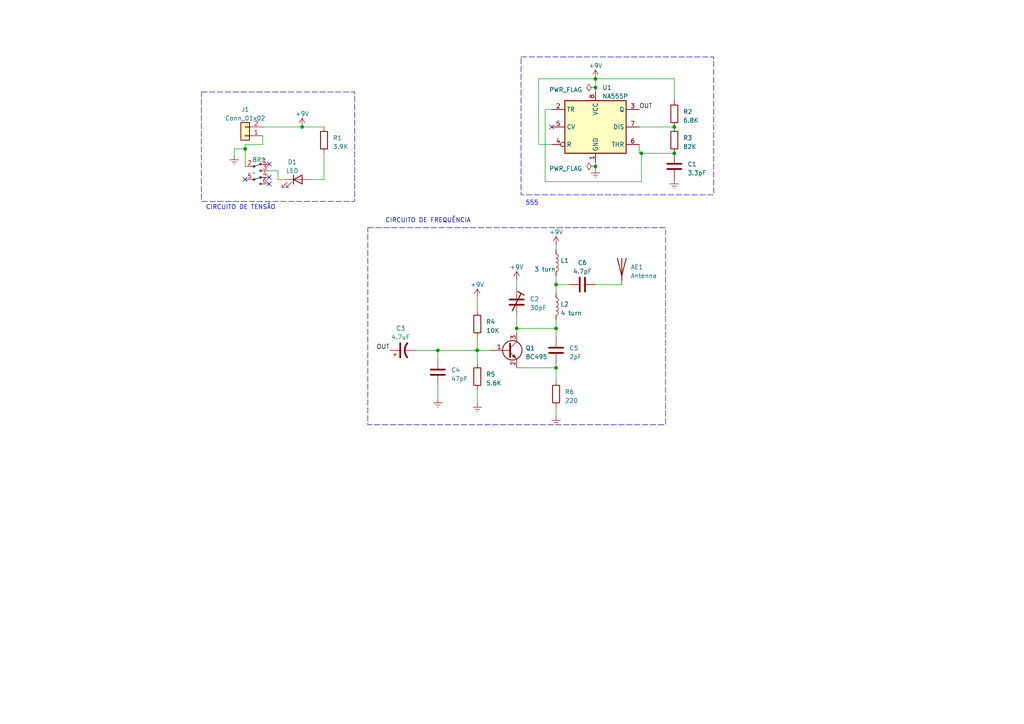
<source format=kicad_sch>
(kicad_sch (version 20230121) (generator eeschema)
  (paper "A4")
  (title_block (title "Jammer 555") (date "2023-12-27") (rev "1.0") (company "IFSP-GRU") (comment 1 "Israel R. Dutra"))
  (lib_symbols
    (symbol "Connector_Generic:Conn_01x02" (pin_names (offset 1.016) hide)
      (property "Reference" "J" (at 0 2.54 0))
      (property "Value" "Conn_01x02" (at 0 -5.08 0))
      (symbol "Conn_01x02_1_1"
        (rectangle (start -1.27 -2.413) (end 0 -2.667) (stroke (width 0.1524)))
        (rectangle (start -1.27 0.127) (end 0 -0.127) (stroke (width 0.1524)))
        (rectangle (start -1.27 1.27) (end 1.27 -3.81) (stroke (width 0.254)) (fill (type background)))
        (pin passive line (at -5.08 0 0) (length 3.81) (name "Pin_1") (number "1"))
        (pin passive line (at -5.08 -2.54 0) (length 3.81) (name "Pin_2") (number "2"))
      )
    )
    (symbol "Device:Antenna" (pin_numbers hide) (pin_names (offset 1.016) hide)
      (property "Reference" "AE" (at -1.905 1.905 0))
      (property "Value" "Antenna" (at -1.905 0 0))
      (symbol "Antenna_0_1"
        (polyline (pts (xy 0 2.54) (xy 0 -3.81)) (stroke (width 0.254)))
        (polyline (pts (xy 1.27 2.54) (xy 0 -2.54) (xy -1.27 2.54)) (stroke (width 0.254)))
      )
      (symbol "Antenna_1_1"
        (pin input line (at 0 -5.08 90) (length 2.54) (name "A") (number "1"))
      )
    )
    (symbol "Device:C" (pin_numbers hide) (pin_names (offset 0.254))
      (property "Reference" "C" (at 0.635 2.54 0))
      (property "Value" "C" (at 0.635 -2.54 0))
      (symbol "C_0_1"
        (polyline (pts (xy -2.032 -0.762) (xy 2.032 -0.762)) (stroke (width 0.508)))
        (polyline (pts (xy -2.032 0.762) (xy 2.032 0.762)) (stroke (width 0.508)))
      )
      (symbol "C_1_1"
        (pin passive line (at 0 3.81 270) (length 2.794) (name "~") (number "1"))
        (pin passive line (at 0 -3.81 90) (length 2.794) (name "~") (number "2"))
      )
    )
    (symbol "Device:C_Polarized_US" (pin_numbers hide) (pin_names (offset 0.254) hide)
      (property "Reference" "C" (at 0.635 2.54 0))
      (property "Value" "C_Polarized_US" (at 0.635 -2.54 0))
      (symbol "C_Polarized_US_0_1"
        (polyline (pts (xy -2.032 0.762) (xy 2.032 0.762)) (stroke (width 0.508)))
        (polyline (pts (xy -1.778 2.286) (xy -0.762 2.286)))
        (polyline (pts (xy -1.27 1.778) (xy -1.27 2.794)))
        (arc (start 2.032 -1.27) (mid 0 -0.5572) (end -2.032 -1.27) (stroke (width 0.508)))
      )
      (symbol "C_Polarized_US_1_1"
        (pin passive line (at 0 3.81 270) (length 2.794) (name "~") (number "1"))
        (pin passive line (at 0 -3.81 90) (length 3.302) (name "~") (number "2"))
      )
    )
    (symbol "Device:C_Trim" (pin_numbers hide) (pin_names (offset 0.254) hide)
      (property "Reference" "C" (at 1.524 -2.032 0))
      (property "Value" "C_Trim" (at 3.048 -3.556 0))
      (symbol "C_Trim_0_1"
        (polyline (pts (xy -2.032 -0.762) (xy 2.032 -0.762)) (stroke (width 0.508)))
        (polyline (pts (xy -2.032 0.762) (xy 2.032 0.762)) (stroke (width 0.508)))
        (polyline (pts (xy 1.27 2.54) (xy -1.27 -2.54)) (stroke (width 0.3048)))
        (polyline (pts (xy 1.27 2.54) (xy 0.381 3.048)) (stroke (width 0.3048)))
        (polyline (pts (xy 1.27 2.54) (xy 2.159 2.032)) (stroke (width 0.3048)))
      )
      (symbol "C_Trim_1_1"
        (pin passive line (at 0 3.81 270) (length 3.048) (name "~") (number "1"))
        (pin passive line (at 0 -3.81 90) (length 3.048) (name "~") (number "2"))
      )
    )
    (symbol "Device:L" (pin_numbers hide) (pin_names (offset 1.016) hide)
      (property "Reference" "L" (at -1.27 0 90))
      (property "Value" "L" (at 1.905 0 90))
      (symbol "L_0_1"
        (arc (start 0 -2.54) (mid 0.6323 -1.905) (end 0 -1.27))
        (arc (start 0 -1.27) (mid 0.6323 -0.635) (end 0 0))
        (arc (start 0 0) (mid 0.6323 0.635) (end 0 1.27))
        (arc (start 0 1.27) (mid 0.6323 1.905) (end 0 2.54))
      )
      (symbol "L_1_1"
        (pin passive line (at 0 3.81 270) (length 1.27) (name "1") (number "1"))
        (pin passive line (at 0 -3.81 90) (length 1.27) (name "2") (number "2"))
      )
    )
    (symbol "Device:LED" (pin_numbers hide) (pin_names (offset 1.016) hide)
      (property "Reference" "D" (at 0 2.54 0))
      (property "Value" "LED" (at 0 -2.54 0))
      (symbol "LED_0_1"
        (polyline (pts (xy -1.27 -1.27) (xy -1.27 1.27)) (stroke (width 0.254)))
        (polyline (pts (xy -1.27 0) (xy 1.27 0)))
        (polyline (pts (xy 1.27 -1.27) (xy 1.27 1.27) (xy -1.27 0) (xy 1.27 -1.27)) (stroke (width 0.254)))
        (polyline (pts (xy -3.048 -0.762) (xy -4.572 -2.286) (xy -3.81 -2.286) (xy -4.572 -2.286) (xy -4.572 -1.524)))
        (polyline (pts (xy -1.778 -0.762) (xy -3.302 -2.286) (xy -2.54 -2.286) (xy -3.302 -2.286) (xy -3.302 -1.524)))
      )
      (symbol "LED_1_1"
        (pin passive line (at -3.81 0 0) (length 2.54) (name "K") (number "1"))
        (pin passive line (at 3.81 0 180) (length 2.54) (name "A") (number "2"))
      )
    )
    (symbol "Device:R" (pin_numbers hide) (pin_names (offset 0))
      (property "Reference" "R" (at 2.032 0 90))
      (property "Value" "R" (at 0 0 90))
      (symbol "R_0_1"
        (rectangle (start -1.016 -2.54) (end 1.016 2.54) (stroke (width 0.254)))
      )
      (symbol "R_1_1"
        (pin passive line (at 0 3.81 270) (length 1.27) (name "~") (number "1"))
        (pin passive line (at 0 -3.81 90) (length 1.27) (name "~") (number "2"))
      )
    )
    (symbol "RDlib:Botão_com_Retenção_"
      (property "Reference" "BR" (at 4.445 1.905 0))
      (symbol "Botão_com_Retenção__0_1"
        (polyline (pts (xy 6.35 -3.81) (xy 5.08 -3.81)))
      )
      (symbol "Botão_com_Retenção__1_1"
        (polyline (pts (xy 3.175 -4.445) (xy 5.207 -3.81)) (stroke (width 0) (color 0 0 0 1)))
        (polyline (pts (xy 3.175 -0.635) (xy 5.08 0)) (stroke (width 0) (color 0 0 0 1)))
        (circle (center 3.175 -4.445) (radius 0.284) (stroke (width 0) (color 0 0 0 1)))
        (circle (center 3.175 -0.635) (radius 0.284) (stroke (width 0) (color 0 0 0 1)))
        (circle (center 5.08 -5.715) (radius 0.254) (stroke (width 0) (color 0 0 0 1)))
        (circle (center 5.08 -3.81) (radius 0.284) (stroke (width 0) (color 0 0 0 1)))
        (circle (center 5.08 -1.905) (radius 0.284) (stroke (width 0) (color 0 0 0 1)))
        (circle (center 5.08 0) (radius 0.284) (stroke (width 0) (color 0 0 0 1)))
        (pin bidirectional line (at 7.62 0 180) (length 2.54) (name "") (number "1"))
        (pin bidirectional line (at 0.635 -0.635 0) (length 2.54) (name "") (number "2"))
        (pin bidirectional line (at 7.62 -1.905 180) (length 2.54) (name "") (number "3"))
        (pin bidirectional line (at 7.62 -3.81 180) (length 2.54) (name "") (number "4"))
        (pin bidirectional line (at 0.635 -4.445 0) (length 2.54) (name "") (number "5"))
        (pin bidirectional line (at 7.62 -5.715 180) (length 2.54) (name "") (number "6"))
      )
    )
    (symbol "Timer:NA555P"
      (property "Reference" "U" (at -10.16 8.89 0))
      (property "Value" "NA555P" (at 2.54 8.89 0))
      (symbol "NA555P_0_0"
        (pin power_in line (at 0 -10.16 90) (length 2.54) (name "GND") (number "1"))
        (pin power_in line (at 0 10.16 270) (length 2.54) (name "VCC") (number "8"))
      )
      (symbol "NA555P_0_1"
        (rectangle (start -8.89 -7.62) (end 8.89 7.62) (stroke (width 0.254)) (fill (type background)))
        (rectangle (start -8.89 -7.62) (end 8.89 7.62) (stroke (width 0.254)) (fill (type background)))
      )
      (symbol "NA555P_1_1"
        (pin input line (at -12.7 5.08 0) (length 3.81) (name "TR") (number "2"))
        (pin output line (at 12.7 5.08 180) (length 3.81) (name "Q") (number "3"))
        (pin input inverted (at -12.7 -5.08 0) (length 3.81) (name "R") (number "4"))
        (pin input line (at -12.7 0 0) (length 3.81) (name "CV") (number "5"))
        (pin input line (at 12.7 -5.08 180) (length 3.81) (name "THR") (number "6"))
        (pin input line (at 12.7 0 180) (length 3.81) (name "DIS") (number "7"))
      )
    )
    (symbol "Transistor_BJT:BC240" (pin_names (offset 0) hide)
      (property "Reference" "Q1" (at 5.08 0.635 0))
      (property "Value" "BC495" (at 5.08 -1.905 0))
      (symbol "BC240_0_1"
        (polyline (pts (xy 0 0) (xy 0.635 0)))
        (polyline (pts (xy 0.635 0.635) (xy 2.54 2.54)))
        (polyline (pts (xy 0.635 -0.635) (xy 2.54 -2.54) (xy 2.54 -2.54)))
        (polyline (pts (xy 0.635 1.905) (xy 0.635 -1.905) (xy 0.635 -1.905)) (stroke (width 0.508)))
        (polyline (pts (xy 1.27 -1.778) (xy 1.778 -1.27) (xy 2.286 -2.286) (xy 1.27 -1.778) (xy 1.27 -1.778)) (fill (type outline)))
        (circle (center 1.27 0) (radius 2.8194) (stroke (width 0.254)))
      )
      (symbol "BC240_1_1"
        (pin input line (at -5.08 0 0) (length 5.08) (name "B") (number "1"))
        (pin passive line (at 2.54 -5.08 90) (length 2.54) (name "E") (number "2"))
        (pin passive line (at 2.54 5.08 270) (length 2.54) (name "C") (number "3"))
      )
    )
    (symbol "power:+9V" (power) (pin_names (offset 0))
      (property "Value" "+9V" (at 0 3.556 0))
      (symbol "+9V_0_1"
        (polyline (pts (xy -0.762 1.27) (xy 0 2.54)))
        (polyline (pts (xy 0 0) (xy 0 2.54)))
        (polyline (pts (xy 0 2.54) (xy 0.762 1.27)))
      )
      (symbol "+9V_1_1"
        (pin power_in line (at 0 0 90) (length 0) hide (name "+9V") (number "1"))
      )
    )
    (symbol "power:Earth" (power) (pin_names (offset 0))
      (symbol "Earth_0_1"
        (polyline (pts (xy -0.635 -1.905) (xy 0.635 -1.905)))
        (polyline (pts (xy -0.127 -2.54) (xy 0.127 -2.54)))
        (polyline (pts (xy 0 -1.27) (xy 0 0)))
        (polyline (pts (xy 1.27 -1.27) (xy -1.27 -1.27)))
      )
      (symbol "Earth_1_1"
        (pin power_in line (at 0 0 270) (length 0) hide (name "Earth") (number "1"))
      )
    )
    (symbol "power:PWR_FLAG" (power) (pin_numbers hide) (pin_names (offset 0) hide)
      (property "Value" "PWR_FLAG" (at 0 3.81 0))
      (symbol "PWR_FLAG_0_0"
        (pin power_out line (at 0 0 90) (length 0) (name "pwr") (number "1"))
      )
      (symbol "PWR_FLAG_0_1"
        (polyline (pts (xy 0 0) (xy 0 1.27) (xy -1.016 1.905) (xy 0 2.54) (xy 1.016 1.905) (xy 0 1.27)))
      )
    )
  )
  (junction (at 172.72 25.4))
  (junction (at 172.72 22.86))
  (junction (at 87.63 36.83))
  (junction (at 161.29 95.25))
  (junction (at 172.72 48.26))
  (junction (at 138.43 101.6))
  (junction (at 161.29 82.55))
  (junction (at 186.055 44.45))
  (junction (at 161.29 106.68))
  (junction (at 149.86 95.25))
  (junction (at 71.12 43.18))
  (junction (at 127 101.6))
  (junction (at 195.58 44.45))
  (junction (at 195.58 36.83))
  (no_connect (at 78.105 51.435))
  (no_connect (at 71.12 52.07))
  (no_connect (at 78.105 53.34))
  (no_connect (at 78.105 47.625))
  (no_connect (at 160.02 36.83))
  (wire (pts (xy 186.055 52.705) (xy 186.055 44.45)))
  (wire (pts (xy 71.12 43.18) (xy 71.12 41.91)))
  (wire (pts (xy 172.72 82.55) (xy 180.34 82.55)))
  (wire (pts (xy 76.2 41.91) (xy 76.2 39.37)))
  (wire (pts (xy 127 101.6) (xy 120.65 101.6)))
  (wire (pts (xy 161.29 118.11) (xy 161.29 120.65)))
  (wire (pts (xy 67.945 43.18) (xy 71.12 43.18)))
  (wire (pts (xy 138.43 97.79) (xy 138.43 101.6)))
  (wire (pts (xy 138.43 113.03) (xy 138.43 116.84)))
  (wire (pts (xy 138.43 86.36) (xy 138.43 90.17)))
  (wire (pts (xy 76.2 36.83) (xy 87.63 36.83)))
  (wire (pts (xy 158.115 31.75) (xy 158.115 52.705)))
  (wire (pts (xy 71.12 41.91) (xy 76.2 41.91)))
  (wire (pts (xy 78.105 49.53) (xy 80.645 49.53)))
  (wire (pts (xy 185.42 44.45) (xy 186.055 44.45)))
  (wire (pts (xy 156.21 22.86) (xy 172.72 22.86)))
  (wire (pts (xy 185.42 41.91) (xy 185.42 44.45)))
  (wire (pts (xy 93.98 44.45) (xy 93.98 52.07)))
  (wire (pts (xy 195.58 29.21) (xy 195.58 22.86)))
  (wire (pts (xy 149.86 91.44) (xy 149.86 95.25)))
  (wire (pts (xy 149.86 95.25) (xy 161.29 95.25)))
  (wire (pts (xy 80.645 52.07) (xy 82.55 52.07)))
  (wire (pts (xy 161.29 106.68) (xy 161.29 110.49)))
  (wire (pts (xy 161.29 92.71) (xy 161.29 95.25)))
  (wire (pts (xy 71.12 48.26) (xy 71.12 43.18)))
  (wire (pts (xy 138.43 101.6) (xy 127 101.6)))
  (wire (pts (xy 161.29 80.01) (xy 161.29 82.55)))
  (wire (pts (xy 67.945 45.085) (xy 67.945 43.18)))
  (wire (pts (xy 138.43 105.41) (xy 138.43 101.6)))
  (wire (pts (xy 172.72 48.26) (xy 172.72 46.99)))
  (wire (pts (xy 195.58 22.86) (xy 172.72 22.86)))
  (wire (pts (xy 158.115 52.705) (xy 186.055 52.705)))
  (wire (pts (xy 87.63 36.83) (xy 93.98 36.83)))
  (wire (pts (xy 127 104.14) (xy 127 101.6)))
  (wire (pts (xy 172.72 48.895) (xy 172.72 48.26)))
  (wire (pts (xy 149.86 106.68) (xy 161.29 106.68)))
  (wire (pts (xy 165.1 82.55) (xy 161.29 82.55)))
  (wire (pts (xy 93.98 52.07) (xy 90.17 52.07)))
  (wire (pts (xy 161.29 97.79) (xy 161.29 95.25)))
  (wire (pts (xy 172.72 22.86) (xy 172.72 25.4)))
  (wire (pts (xy 186.055 44.45) (xy 195.58 44.45)))
  (wire (pts (xy 149.86 95.25) (xy 149.86 96.52)))
  (wire (pts (xy 172.72 25.4) (xy 172.72 26.67)))
  (wire (pts (xy 161.29 71.12) (xy 161.29 72.39)))
  (wire (pts (xy 127 111.76) (xy 127 115.57)))
  (wire (pts (xy 161.29 82.55) (xy 161.29 85.09)))
  (wire (pts (xy 160.02 31.75) (xy 158.115 31.75)))
  (wire (pts (xy 160.02 41.91) (xy 156.21 41.91)))
  (wire (pts (xy 80.645 49.53) (xy 80.645 52.07)))
  (wire (pts (xy 156.21 22.86) (xy 156.21 41.91)))
  (wire (pts (xy 138.43 101.6) (xy 142.24 101.6)))
  (wire (pts (xy 185.42 36.83) (xy 195.58 36.83)))
  (wire (pts (xy 161.29 106.68) (xy 161.29 105.41)))
  (wire (pts (xy 149.86 81.28) (xy 149.86 83.82)))
  (rectangle (start 151.13 16.51) (end 207.01 56.515) (stroke (width 0) (type dash)))
  (rectangle (start 106.68 66.04) (end 193.04 123.19) (stroke (width 0) (type dash)))
  (rectangle (start 58.42 26.67) (end 102.87 58.42) (stroke (width 0) (type dash)))
  (text "CIRCUITO DE FREQUÊNCIA\n" (at 111.76 64.77 0) (effects (font (size 1.27 1.27)) (justify left bottom)))
  (text "555\n" (at 152.4 59.69 0) (effects (font (size 1.27 1.27)) (justify left bottom)))
  (text "CIRCUITO DE TENSÃO\n" (at 59.69 60.96 0) (effects (font (size 1.27 1.27)) (justify left bottom)))
  (label "OUT" (at 113.03 101.6 180))
  (label "OUT" (at 185.42 31.75 0))
  (symbol (lib_id "Device:C_Polarized_US") (at 116.84 101.6 90) (unit 1)
    (property "Reference" "C3" (at 116.205 95.25 90))
    (property "Value" "4.7uF" (at 116.205 97.79 90))
    (property "Footprint" "Capacitor_THT:CP_Radial_D4.0mm_P2.00mm" (effects hide))
  )
  (symbol (lib_id "RDlib:Botão_com_Retenção_") (at 70.485 47.625 0) (unit 1)
    (property "Reference" "BR1" (at 75.1055 46.355 0))
    (property "Value" "~" (at 73.66 50.165 0))
    (property "Footprint" "RDlib:Botão com retenção" (effects hide))
    (property "Datasheet" "https://www.snapeda.com/parts/TL2230OAF140/E-Switch/datasheet/" (effects hide))
  )
  (symbol (lib_id "Device:Antenna") (at 180.34 77.47 0) (unit 1)
    (property "Reference" "AE1" (at 182.88 77.47 0) (effects (justify left)))
    (property "Value" "Antenna" (at 182.88 80.01 0) (effects (justify left)))
    (property "Footprint" "Connector_Pin:Pin_D1.0mm_L10.0mm_LooseFit" (effects hide))
  )
  (symbol (lib_id "power:Earth") (at 138.43 116.84 0) (unit 1)
    (property "Reference" "#PWR06" (effects hide))
    (property "Value" "Earth" (effects hide))
  )
  (symbol (lib_id "Device:C") (at 127 107.95 0) (unit 1)
    (property "Reference" "C4" (at 130.81 107.315 0) (effects (justify left)))
    (property "Value" "47pF" (at 130.81 109.855 0) (effects (justify left)))
    (property "Footprint" "Capacitor_THT:C_Disc_D5.0mm_W2.5mm_P2.50mm" (effects hide))
  )
  (symbol (lib_id "Device:C") (at 161.29 101.6 0) (unit 1)
    (property "Reference" "C5" (at 165.1 100.965 0) (effects (justify left)))
    (property "Value" "2pF" (at 165.1 103.505 0) (effects (justify left)))
    (property "Footprint" "Capacitor_THT:C_Disc_D5.0mm_W2.5mm_P2.50mm" (effects hide))
  )
  (symbol (lib_id "power:+9V") (at 87.63 36.83 0) (unit 1)
    (property "Reference" "#PWR04" (effects hide))
    (property "Value" "+9V" (at 87.63 33.02 0))
  )
  (symbol (lib_id "Device:L") (at 161.29 88.9 0) (unit 1)
    (property "Reference" "L2" (at 162.56 88.265 0) (effects (justify left)))
    (property "Value" "4 turn" (at 162.56 90.805 0) (effects (justify left)))
    (property "Footprint" "Inductor_THT:L_Axial_L5.3mm_D2.2mm_P10.16mm_Horizontal_Vishay_IM-1" (effects hide))
  )
  (symbol (lib_id "power:+9V") (at 138.43 86.36 0) (unit 1)
    (property "Reference" "#PWR08" (effects hide))
    (property "Value" "+9V" (at 138.43 82.55 0))
  )
  (symbol (lib_id "Connector_Generic:Conn_01x02") (at 71.12 39.37 180) (unit 1)
    (property "Reference" "J1" (at 71.12 31.75 0))
    (property "Value" "Conn_01x02" (at 71.12 34.29 0))
    (property "Footprint" "Connector_PinSocket_2.54mm:PinSocket_2x01_P2.54mm_Vertical" (effects hide))
  )
  (symbol (lib_id "Device:LED") (at 86.36 52.07 0) (unit 1)
    (property "Reference" "D1" (at 84.7725 46.99 0))
    (property "Value" "LED" (at 84.7725 49.53 0))
    (property "Footprint" "LED_THT:LED_D5.0mm_IRBlack" (effects hide))
  )
  (symbol (lib_id "power:Earth") (at 172.72 48.895 0) (unit 1)
    (property "Reference" "#PWR01" (effects hide))
    (property "Value" "Earth" (effects hide))
  )
  (symbol (lib_id "power:PWR_FLAG") (at 172.72 48.26 90) (unit 1)
    (property "Reference" "#FLG02" (effects hide))
    (property "Value" "PWR_FLAG" (at 168.91 48.895 90) (effects (justify left)))
  )
  (symbol (lib_id "Device:C") (at 195.58 48.26 0) (unit 1)
    (property "Reference" "C1" (at 199.39 47.625 0) (effects (justify left)))
    (property "Value" "3.3pF" (at 199.39 50.165 0) (effects (justify left)))
    (property "Footprint" "Capacitor_THT:C_Disc_D5.0mm_W2.5mm_P2.50mm" (effects hide))
  )
  (symbol (lib_id "power:PWR_FLAG") (at 172.72 25.4 90) (unit 1)
    (property "Reference" "#FLG01" (effects hide))
    (property "Value" "PWR_FLAG" (at 168.91 26.035 90) (effects (justify left)))
  )
  (symbol (lib_id "Device:R") (at 195.58 40.64 0) (unit 1)
    (property "Reference" "R3" (at 198.12 40.005 0) (effects (justify left)))
    (property "Value" "82K" (at 198.12 42.545 0) (effects (justify left)))
    (property "Footprint" "Resistor_THT:R_Axial_DIN0207_L6.3mm_D2.5mm_P10.16mm_Horizontal" (effects hide))
  )
  (symbol (lib_id "Device:R") (at 195.58 33.02 0) (unit 1)
    (property "Reference" "R2" (at 198.12 32.385 0) (effects (justify left)))
    (property "Value" "6.8K" (at 198.12 34.925 0) (effects (justify left)))
    (property "Footprint" "Resistor_THT:R_Axial_DIN0207_L6.3mm_D2.5mm_P10.16mm_Horizontal" (effects hide))
  )
  (symbol (lib_id "Device:R") (at 93.98 40.64 0) (unit 1)
    (property "Reference" "R1" (at 96.52 40.005 0) (effects (justify left)))
    (property "Value" "3.9K" (at 96.52 42.545 0) (effects (justify left)))
    (property "Footprint" "Resistor_THT:R_Axial_DIN0207_L6.3mm_D2.5mm_P10.16mm_Horizontal" (effects hide))
  )
  (symbol (lib_id "power:Earth") (at 161.29 120.65 0) (unit 1)
    (property "Reference" "#PWR07" (effects hide))
    (property "Value" "Earth" (effects hide))
  )
  (symbol (lib_id "power:+9V") (at 149.86 81.28 0) (unit 1)
    (property "Reference" "#PWR09" (effects hide))
    (property "Value" "+9V" (at 149.86 77.47 0))
  )
  (symbol (lib_id "Device:C") (at 168.91 82.55 90) (unit 1)
    (property "Reference" "C6" (at 168.91 76.2 90))
    (property "Value" "4.7pF" (at 168.91 78.74 90))
    (property "Footprint" "Capacitor_THT:C_Disc_D5.0mm_W2.5mm_P2.50mm" (effects hide))
  )
  (symbol (lib_id "power:Earth") (at 67.945 45.085 0) (unit 1)
    (property "Reference" "#PWR011" (effects hide))
    (property "Value" "Earth" (effects hide))
  )
  (symbol (lib_id "Device:L") (at 161.29 76.2 0) (unit 1)
    (property "Reference" "L1" (at 162.56 75.565 0) (effects (justify left)))
    (property "Value" "3 turn" (at 154.94 78.105 0) (effects (justify left)))
    (property "Footprint" "Inductor_THT:L_Axial_L5.3mm_D2.2mm_P10.16mm_Horizontal_Vishay_IM-1" (effects hide))
  )
  (symbol (lib_id "Timer:NA555P") (at 172.72 36.83 0) (unit 1)
    (property "Reference" "U1" (at 174.6759 25.4 0) (effects (justify left)))
    (property "Value" "NA555P" (at 174.6759 27.94 0) (effects (justify left)))
    (property "Footprint" "Package_DIP:DIP-8_W7.62mm" (effects hide))
    (property "Datasheet" "http://www.ti.com/lit/ds/symlink/ne555.pdf" (effects hide))
  )
  (symbol (lib_id "power:+9V") (at 172.72 22.86 0) (unit 1)
    (property "Reference" "#PWR03" (effects hide))
    (property "Value" "+9V" (at 172.72 19.05 0))
  )
  (symbol (lib_id "power:+9V") (at 161.29 71.12 0) (unit 1)
    (property "Reference" "#PWR010" (effects hide))
    (property "Value" "+9V" (at 161.29 67.31 0))
  )
  (symbol (lib_id "power:Earth") (at 195.58 52.07 0) (unit 1)
    (property "Reference" "#PWR02" (effects hide))
    (property "Value" "Earth" (effects hide))
  )
  (symbol (lib_id "Device:R") (at 138.43 93.98 0) (unit 1)
    (property "Reference" "R4" (at 140.97 93.345 0) (effects (justify left)))
    (property "Value" "10K" (at 140.97 95.885 0) (effects (justify left)))
    (property "Footprint" "Resistor_THT:R_Axial_DIN0207_L6.3mm_D2.5mm_P10.16mm_Horizontal" (effects hide))
  )
  (symbol (lib_id "Device:R") (at 138.43 109.22 0) (unit 1)
    (property "Reference" "R5" (at 140.97 108.585 0) (effects (justify left)))
    (property "Value" "5.6K" (at 140.97 111.125 0) (effects (justify left)))
    (property "Footprint" "Resistor_THT:R_Axial_DIN0207_L6.3mm_D2.5mm_P10.16mm_Horizontal" (effects hide))
  )
  (symbol (lib_id "power:Earth") (at 127 115.57 0) (unit 1)
    (property "Reference" "#PWR05" (effects hide))
    (property "Value" "Earth" (effects hide))
  )
  (symbol (lib_id "Device:R") (at 161.29 114.3 0) (unit 1)
    (property "Reference" "R6" (at 163.83 113.665 0) (effects (justify left)))
    (property "Value" "220" (at 163.83 116.205 0) (effects (justify left)))
    (property "Footprint" "Resistor_THT:R_Axial_DIN0207_L6.3mm_D2.5mm_P10.16mm_Horizontal" (effects hide))
  )
  (symbol (lib_id "Device:C_Trim") (at 149.86 87.63 0) (unit 1)
    (property "Reference" "C2" (at 153.67 86.741 0) (effects (justify left)))
    (property "Value" "30pF" (at 153.67 89.281 0) (effects (justify left)))
    (property "Footprint" "Capacitor_THT:CP_Radial_Tantal_D5.5mm_P5.00mm" (effects hide))
  )
  (symbol (lib_id "Transistor_BJT:BC240") (at 147.32 101.6 0) (unit 1)
    (property "Reference" "Q1" (at 152.4 100.965 0) (effects (justify left)))
    (property "Value" "BC495" (at 152.4 103.505 0) (effects (justify left)))
    (property "Footprint" "Package_TO_SOT_THT:TO-92_Wide" (effects hide))
    (property "Datasheet" "https://www.onsemi.com/pub/Collateral/BF420-D.PDF" (effects hide))
  )
)
</source>
